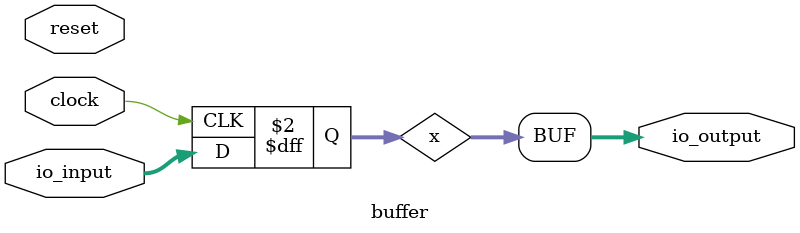
<source format=v>
`ifdef RANDOMIZE_GARBAGE_ASSIGN
`define RANDOMIZE
`endif
`ifdef RANDOMIZE_INVALID_ASSIGN
`define RANDOMIZE
`endif
`ifdef RANDOMIZE_REG_INIT
`define RANDOMIZE
`endif
`ifdef RANDOMIZE_MEM_INIT
`define RANDOMIZE
`endif

module buffer( // @[:@3.2]
  input         clock, // @[:@4.4]
  input         reset, // @[:@5.4]
  input  [15:0] io_input, // @[:@6.4]
  output [15:0] io_output // @[:@6.4]
);
  reg [15:0] x; // @[buffer.scala 16:15:@8.4]
  reg [31:0] _RAND_0;
  assign io_output = x;
`ifdef RANDOMIZE
  integer initvar;
  initial begin
    `ifndef verilator
      #0.002 begin end
    `endif
  `ifdef RANDOMIZE_REG_INIT
  _RAND_0 = {1{$random}};
  x = _RAND_0[15:0];
  `endif // RANDOMIZE_REG_INIT
  end
`endif // RANDOMIZE
  always @(posedge clock) begin
    x <= io_input;
  end
endmodule

</source>
